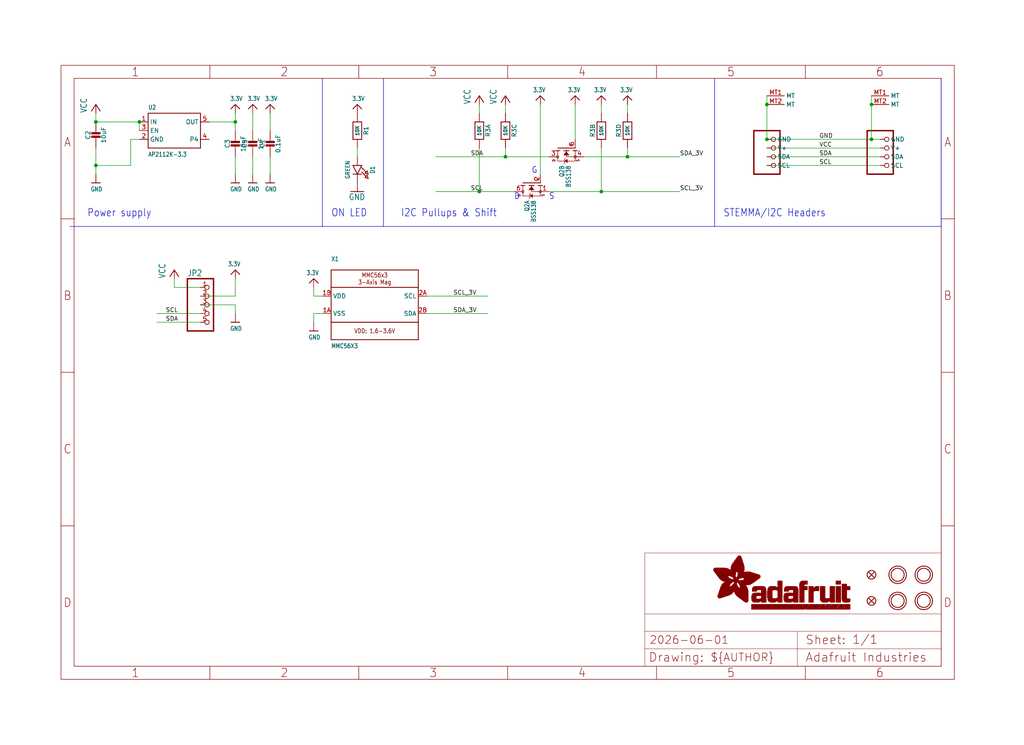
<source format=kicad_sch>
(kicad_sch (version 20230121) (generator eeschema)
  (paper "User" 298.45 217.322)
  (lib_symbols
    (symbol "working-eagle-import:3.3V" (power)
      (property "Value" "3.3V" (at -1.524 1.016 0))
      (symbol "3.3V_1_0"
        (pin power_in line (at 0 -2.54 90) (length 2.54) (name "3.3V") (number "1"))
      )
    )
    (symbol "working-eagle-import:CAP_CERAMIC0603_NO"
      (property "Reference" "C" (at -2.29 1.25 90))
      (symbol "CAP_CERAMIC0603_NO_1_0"
        (pin passive line (at 0 5.08 270) (length 2.54) (name "1") (number "1"))
        (pin passive line (at 0 -2.54 90) (length 2.54) (name "2") (number "2"))
      )
    )
    (symbol "working-eagle-import:CAP_CERAMIC0805-NOOUTLINE"
      (property "Reference" "C" (at -2.29 1.25 90))
      (symbol "CAP_CERAMIC0805-NOOUTLINE_1_0"
        (pin passive line (at 0 5.08 270) (length 2.54) (name "1") (number "1"))
        (pin passive line (at 0 -2.54 90) (length 2.54) (name "2") (number "2"))
      )
    )
    (symbol "working-eagle-import:FIDUCIAL_1MM")
    (symbol "working-eagle-import:FRAME_A4_ADAFRUIT"
      (symbol "FRAME_A4_ADAFRUIT_1_0"
        (text "${#}/${##}" (at 230.505 10.16 0) (effects (font (size 2.54 2.54)) (justify left bottom)))
        (text "${AUTHOR}" (at 189.23 5.08 0) (effects (font (size 2.286 2.286)) (justify left bottom)))
        (text "${CURRENT_DATE}" (at 171.45 10.16 0) (effects (font (size 2.286 2.286)) (justify left bottom)))
        (text "${PROJECTNAME}" (at 171.45 15.24 0) (effects (font (size 2.54 2.54)) (justify left bottom)))
        (text "1" (at 21.6958 1.905 0) (effects (font (size 2.54 2.286))))
        (text "1" (at 21.6958 177.165 0) (effects (font (size 2.54 2.286))))
        (text "2" (at 65.0875 1.905 0) (effects (font (size 2.54 2.286))))
        (text "2" (at 65.0875 177.165 0) (effects (font (size 2.54 2.286))))
        (text "3" (at 108.4792 1.905 0) (effects (font (size 2.54 2.286))))
        (text "3" (at 108.4792 177.165 0) (effects (font (size 2.54 2.286))))
        (text "4" (at 151.8708 1.905 0) (effects (font (size 2.54 2.286))))
        (text "4" (at 151.8708 177.165 0) (effects (font (size 2.54 2.286))))
        (text "5" (at 195.2625 1.905 0) (effects (font (size 2.54 2.286))))
        (text "5" (at 195.2625 177.165 0) (effects (font (size 2.54 2.286))))
        (text "6" (at 238.6542 1.905 0) (effects (font (size 2.54 2.286))))
        (text "6" (at 238.6542 177.165 0) (effects (font (size 2.54 2.286))))
        (text "A" (at 1.905 156.6863 0) (effects (font (size 2.54 2.286))))
        (text "A" (at 258.445 156.6863 0) (effects (font (size 2.54 2.286))))
        (text "Adafruit Industries" (at 216.916 4.953 0) (effects (font (size 2.54 2.54)) (justify left bottom)))
        (text "B" (at 1.905 111.9188 0) (effects (font (size 2.54 2.286))))
        (text "B" (at 258.445 111.9188 0) (effects (font (size 2.54 2.286))))
        (text "C" (at 1.905 67.1513 0) (effects (font (size 2.54 2.286))))
        (text "C" (at 258.445 67.1513 0) (effects (font (size 2.54 2.286))))
        (text "D" (at 1.905 22.3838 0) (effects (font (size 2.54 2.286))))
        (text "D" (at 258.445 22.3838 0) (effects (font (size 2.54 2.286))))
        (text "Drawing:" (at 171.196 4.953 0) (effects (font (size 2.54 2.54)) (justify left bottom)))
        (text "Sheet:" (at 216.916 10.033 0) (effects (font (size 2.54 2.54)) (justify left bottom)))
      )
    )
    (symbol "working-eagle-import:GND" (power)
      (property "Value" "GND" (at -1.524 -2.54 0))
      (symbol "GND_1_0"
        (pin power_in line (at 0 2.54 270) (length 2.54) (name "GND") (number "1"))
      )
    )
    (symbol "working-eagle-import:HEADER-1X570MIL"
      (property "Reference" "JP" (at -6.35 8.255 0))
      (symbol "HEADER-1X570MIL_1_0"
        (pin passive inverted (at -2.54 5.08 0) (length 2.54) (name "1") (number "1"))
        (pin passive inverted (at -2.54 2.54 0) (length 2.54) (name "2") (number "2"))
        (pin passive inverted (at -2.54 0 0) (length 2.54) (name "3") (number "3"))
        (pin passive inverted (at -2.54 -2.54 0) (length 2.54) (name "4") (number "4"))
        (pin passive inverted (at -2.54 -5.08 0) (length 2.54) (name "5") (number "5"))
      )
    )
    (symbol "working-eagle-import:LED0603_NOOUTLINE"
      (property "Reference" "D" (at -1.27 4.445 0))
      (symbol "LED0603_NOOUTLINE_1_0"
        (pin passive line (at -5.08 0 0) (length 2.54) (name "A") (number "A"))
        (pin passive line (at 2.54 0 180) (length 2.54) (name "C") (number "C"))
      )
    )
    (symbol "working-eagle-import:MMC56X3"
      (property "Reference" "X" (at -12.7 12.7 0))
      (symbol "MMC56X3_1_0"
        (text "MMC56x3\n3-Axis Mag" (at 0 7.62 0) (effects (font (size 1.27 1.0795))))
        (text "VDD: 1.6-3.6V" (at 0 -7.62 0) (effects (font (size 1.27 1.0795))))
        (pin power_in line (at -15.24 -2.54 0) (length 2.54) (name "VSS") (number "1A"))
        (pin power_in line (at -15.24 2.54 0) (length 2.54) (name "VDD") (number "1B"))
        (pin input line (at 15.24 2.54 180) (length 2.54) (name "SCL") (number "2A"))
        (pin bidirectional line (at 15.24 -2.54 180) (length 2.54) (name "SDA") (number "2B"))
      )
    )
    (symbol "working-eagle-import:MOSFET-N_DUAL"
      (property "Reference" "Q" (at 5.08 0.635 0))
      (symbol "MOSFET-N_DUAL_1_0"
        (text "D" (at 3.175 3.175 0) (effects (font (size 0.8128 0.6908)) (justify left bottom)))
        (text "G" (at -1.27 -1.905 0) (effects (font (size 0.8128 0.6908)) (justify left bottom)))
        (text "S" (at 3.175 -3.81 0) (effects (font (size 0.8128 0.6908)) (justify left bottom)))
        (pin bidirectional line (at 2.54 -5.08 90) (length 2.54) (name "S") (number "1"))
        (pin bidirectional line (at -2.54 -2.54 0) (length 2.54) (name "G") (number "2"))
        (pin bidirectional line (at 2.54 5.08 270) (length 2.54) (name "D") (number "6"))
      )
      (symbol "MOSFET-N_DUAL_2_0"
        (text "D" (at 3.175 3.175 0) (effects (font (size 0.8128 0.6908)) (justify left bottom)))
        (text "G" (at -1.27 -1.905 0) (effects (font (size 0.8128 0.6908)) (justify left bottom)))
        (text "S" (at 3.175 -3.81 0) (effects (font (size 0.8128 0.6908)) (justify left bottom)))
        (pin bidirectional line (at 2.54 5.08 270) (length 2.54) (name "D") (number "3"))
        (pin bidirectional line (at 2.54 -5.08 90) (length 2.54) (name "S") (number "4"))
        (pin bidirectional line (at -2.54 -2.54 0) (length 2.54) (name "G") (number "5"))
      )
    )
    (symbol "working-eagle-import:MOUNTINGHOLE2.5")
    (symbol "working-eagle-import:RESISTOR_0603_NOOUT"
      (property "Reference" "R" (at 0 2.54 0))
      (symbol "RESISTOR_0603_NOOUT_1_0"
        (pin passive line (at -5.08 0 0) (length 2.54) (name "1") (number "1"))
        (pin passive line (at 5.08 0 180) (length 2.54) (name "2") (number "2"))
      )
    )
    (symbol "working-eagle-import:RESISTOR_4PACK"
      (property "Reference" "R" (at 0 2.54 0))
      (symbol "RESISTOR_4PACK_1_0"
        (pin passive line (at -5.08 0 0) (length 2.54) (name "1") (number "1"))
        (pin passive line (at 5.08 0 180) (length 2.54) (name "2") (number "8"))
      )
      (symbol "RESISTOR_4PACK_2_0"
        (pin passive line (at -5.08 0 0) (length 2.54) (name "1") (number "2"))
        (pin passive line (at 5.08 0 180) (length 2.54) (name "2") (number "7"))
      )
      (symbol "RESISTOR_4PACK_3_0"
        (pin passive line (at -5.08 0 0) (length 2.54) (name "1") (number "3"))
        (pin passive line (at 5.08 0 180) (length 2.54) (name "2") (number "6"))
      )
      (symbol "RESISTOR_4PACK_4_0"
        (pin passive line (at -5.08 0 0) (length 2.54) (name "1") (number "4"))
        (pin passive line (at 5.08 0 180) (length 2.54) (name "2") (number "5"))
      )
    )
    (symbol "working-eagle-import:STEMMA_I2C_QT"
      (symbol "STEMMA_I2C_QT_1_0"
        (pin passive inverted (at 0 5.08 0) (length 2.54) (name "GND") (number "1"))
        (pin passive inverted (at 0 2.54 0) (length 2.54) (name "V+") (number "2"))
        (pin passive inverted (at 0 0 0) (length 2.54) (name "SDA") (number "3"))
        (pin passive inverted (at 0 -2.54 0) (length 2.54) (name "SCL") (number "4"))
      )
      (symbol "STEMMA_I2C_QT_2_0"
        (pin bidirectional line (at 0 0 0) (length 5.08) (name "MT") (number "MT1"))
      )
      (symbol "STEMMA_I2C_QT_3_0"
        (pin bidirectional line (at 0 0 0) (length 5.08) (name "MT") (number "MT2"))
      )
    )
    (symbol "working-eagle-import:VCC" (power)
      (property "Value" "VCC" (at -2.54 -2.54 90))
      (symbol "VCC_1_0"
        (pin power_in line (at 0 -2.54 90) (length 2.54) (name "VCC") (number "1"))
      )
    )
    (symbol "working-eagle-import:VREG_SOT23-5"
      (property "Reference" "U" (at -7.62 6.096 0))
      (symbol "VREG_SOT23-5_1_0"
        (pin power_in line (at -10.16 2.54 0) (length 2.54) (name "IN") (number "1"))
        (pin power_in line (at -10.16 -2.54 0) (length 2.54) (name "GND") (number "2"))
        (pin input line (at -10.16 0 0) (length 2.54) (name "EN") (number "3"))
        (pin bidirectional line (at 10.16 -2.54 180) (length 2.54) (name "P4") (number "4"))
        (pin power_in line (at 10.16 2.54 180) (length 2.54) (name "OUT") (number "5"))
      )
    )
    (symbol "working-eagle-import:supply1_GND" (power)
      (property "Value" "supply1_GND" (at -2.54 -2.54 0))
      (symbol "supply1_GND_1_0"
        (pin power_in line (at 0 2.54 270) (length 2.54) (name "GND") (number "1"))
      )
    )
  )
  (junction (at 182.88 45.72))
  (junction (at 68.58 35.56))
  (junction (at 254 40.64))
  (junction (at 223.52 30.48))
  (junction (at 147.32 45.72))
  (junction (at 254 30.48))
  (junction (at 27.94 48.26))
  (junction (at 175.26 55.88))
  (junction (at 40.64 35.56))
  (junction (at 223.52 40.64))
  (junction (at 139.7 55.88))
  (junction (at 27.94 35.56))
  (polyline (pts (xy 93.98 22.86) (xy 93.98 66.04)) (stroke (width 0.1524) (type solid)))
  (wire (pts (xy 27.94 33.02) (xy 27.94 35.56)) (stroke (width 0.1524)))
  (wire (pts (xy 182.88 43.18) (xy 182.88 45.72)) (stroke (width 0.1524)))
  (wire (pts (xy 149.86 55.88) (xy 139.7 55.88)) (stroke (width 0.1524)))
  (wire (pts (xy 256.54 40.64) (xy 254 40.64)) (stroke (width 0.1524)))
  (wire (pts (xy 91.44 86.36) (xy 91.44 83.82)) (stroke (width 0.1524)))
  (wire (pts (xy 139.7 43.18) (xy 139.7 55.88)) (stroke (width 0.1524)))
  (wire (pts (xy 60.96 35.56) (xy 68.58 35.56)) (stroke (width 0.1524)))
  (wire (pts (xy 93.98 91.44) (xy 91.44 91.44)) (stroke (width 0.1524)))
  (polyline (pts (xy 208.28 22.86) (xy 208.28 66.04)) (stroke (width 0.1524) (type solid)))
  (wire (pts (xy 27.94 48.26) (xy 27.94 50.8)) (stroke (width 0.1524)))
  (wire (pts (xy 254 27.94) (xy 254 30.48)) (stroke (width 0.1524)))
  (polyline (pts (xy 111.76 22.86) (xy 111.76 66.04)) (stroke (width 0.1524) (type solid)))
  (wire (pts (xy 68.58 45.72) (xy 68.58 50.8)) (stroke (width 0.1524)))
  (wire (pts (xy 91.44 91.44) (xy 91.44 93.98)) (stroke (width 0.1524)))
  (wire (pts (xy 104.14 45.72) (xy 104.14 43.18)) (stroke (width 0.1524)))
  (wire (pts (xy 147.32 43.18) (xy 147.32 45.72)) (stroke (width 0.1524)))
  (wire (pts (xy 38.1 40.64) (xy 38.1 48.26)) (stroke (width 0.1524)))
  (wire (pts (xy 73.66 45.72) (xy 73.66 50.8)) (stroke (width 0.1524)))
  (wire (pts (xy 254 40.64) (xy 223.52 40.64)) (stroke (width 0.1524)))
  (wire (pts (xy 50.8 83.82) (xy 50.8 81.28)) (stroke (width 0.1524)))
  (polyline (pts (xy 111.76 66.04) (xy 208.28 66.04)) (stroke (width 0.1524) (type solid)))
  (wire (pts (xy 58.42 86.36) (xy 68.58 86.36)) (stroke (width 0.1524)))
  (wire (pts (xy 40.64 38.1) (xy 40.64 35.56)) (stroke (width 0.1524)))
  (wire (pts (xy 160.02 55.88) (xy 175.26 55.88)) (stroke (width 0.1524)))
  (polyline (pts (xy 93.98 66.04) (xy 111.76 66.04)) (stroke (width 0.1524) (type solid)))
  (wire (pts (xy 175.26 33.02) (xy 175.26 30.48)) (stroke (width 0.1524)))
  (wire (pts (xy 40.64 40.64) (xy 38.1 40.64)) (stroke (width 0.1524)))
  (wire (pts (xy 58.42 83.82) (xy 50.8 83.82)) (stroke (width 0.1524)))
  (wire (pts (xy 147.32 45.72) (xy 127 45.72)) (stroke (width 0.1524)))
  (wire (pts (xy 68.58 35.56) (xy 68.58 33.02)) (stroke (width 0.1524)))
  (wire (pts (xy 254 30.48) (xy 254 40.64)) (stroke (width 0.1524)))
  (wire (pts (xy 139.7 30.48) (xy 139.7 33.02)) (stroke (width 0.1524)))
  (wire (pts (xy 68.58 35.56) (xy 68.58 38.1)) (stroke (width 0.1524)))
  (wire (pts (xy 93.98 86.36) (xy 91.44 86.36)) (stroke (width 0.1524)))
  (wire (pts (xy 175.26 43.18) (xy 175.26 55.88)) (stroke (width 0.1524)))
  (wire (pts (xy 27.94 48.26) (xy 27.94 43.18)) (stroke (width 0.1524)))
  (wire (pts (xy 223.52 30.48) (xy 223.52 40.64)) (stroke (width 0.1524)))
  (polyline (pts (xy 208.28 66.04) (xy 274.32 66.04)) (stroke (width 0.1524) (type solid)))
  (wire (pts (xy 157.48 50.8) (xy 157.48 30.48)) (stroke (width 0.1524)))
  (polyline (pts (xy 20.32 66.04) (xy 93.98 66.04)) (stroke (width 0.1524) (type solid)))
  (wire (pts (xy 58.42 88.9) (xy 68.58 88.9)) (stroke (width 0.1524)))
  (wire (pts (xy 167.64 40.64) (xy 167.64 30.48)) (stroke (width 0.1524)))
  (wire (pts (xy 124.46 86.36) (xy 142.24 86.36)) (stroke (width 0.1524)))
  (wire (pts (xy 142.24 91.44) (xy 124.46 91.44)) (stroke (width 0.1524)))
  (polyline (pts (xy 274.32 22.86) (xy 274.32 66.04)) (stroke (width 0.1524) (type solid)))
  (wire (pts (xy 139.7 55.88) (xy 127 55.88)) (stroke (width 0.1524)))
  (wire (pts (xy 175.26 55.88) (xy 198.12 55.88)) (stroke (width 0.1524)))
  (wire (pts (xy 256.54 45.72) (xy 223.52 45.72)) (stroke (width 0.1524)))
  (wire (pts (xy 182.88 45.72) (xy 198.12 45.72)) (stroke (width 0.1524)))
  (wire (pts (xy 68.58 86.36) (xy 68.58 81.28)) (stroke (width 0.1524)))
  (wire (pts (xy 223.52 27.94) (xy 223.52 30.48)) (stroke (width 0.1524)))
  (wire (pts (xy 68.58 88.9) (xy 68.58 91.44)) (stroke (width 0.1524)))
  (wire (pts (xy 73.66 38.1) (xy 73.66 33.02)) (stroke (width 0.1524)))
  (wire (pts (xy 182.88 33.02) (xy 182.88 30.48)) (stroke (width 0.1524)))
  (wire (pts (xy 78.74 45.72) (xy 78.74 50.8)) (stroke (width 0.1524)))
  (wire (pts (xy 58.42 93.98) (xy 45.72 93.98)) (stroke (width 0.1524)))
  (wire (pts (xy 223.52 43.18) (xy 256.54 43.18)) (stroke (width 0.1524)))
  (wire (pts (xy 223.52 48.26) (xy 256.54 48.26)) (stroke (width 0.1524)))
  (wire (pts (xy 160.02 45.72) (xy 147.32 45.72)) (stroke (width 0.1524)))
  (wire (pts (xy 58.42 91.44) (xy 45.72 91.44)) (stroke (width 0.1524)))
  (wire (pts (xy 38.1 48.26) (xy 27.94 48.26)) (stroke (width 0.1524)))
  (wire (pts (xy 40.64 35.56) (xy 27.94 35.56)) (stroke (width 0.1524)))
  (wire (pts (xy 170.18 45.72) (xy 182.88 45.72)) (stroke (width 0.1524)))
  (wire (pts (xy 147.32 33.02) (xy 147.32 30.48)) (stroke (width 0.1524)))
  (wire (pts (xy 78.74 33.02) (xy 78.74 38.1)) (stroke (width 0.1524)))
  (text "S" (at 160.02 58.42 0) (effects (font (size 1.778 1.5113)) (justify left bottom)))
  (text "I2C Pullups & Shift" (at 116.84 63.5 0) (effects (font (size 2.1844 1.8567)) (justify left bottom)))
  (text "D" (at 149.86 58.42 0) (effects (font (size 1.778 1.5113)) (justify left bottom)))
  (text "Power supply" (at 25.4 63.5 0) (effects (font (size 2.1844 1.8567)) (justify left bottom)))
  (text "G" (at 154.94 50.8 0) (effects (font (size 1.778 1.5113)) (justify left bottom)))
  (text "STEMMA/I2C Headers" (at 210.82 63.5 0) (effects (font (size 2.1844 1.8567)) (justify left bottom)))
  (text "ON LED" (at 96.52 63.5 0) (effects (font (size 2.1844 1.8567)) (justify left bottom)))
  (label "SCL" (at 238.76 48.26 0) (effects (font (size 1.2446 1.2446))))
  (label "SDA_3V" (at 132.08 91.44 0) (effects (font (size 1.2446 1.2446))))
  (label "GND" (at 238.76 40.64 0) (effects (font (size 1.2446 1.2446))))
  (label "VCC" (at 238.76 43.18 0) (effects (font (size 1.2446 1.2446))))
  (label "SDA" (at 238.76 45.72 0) (effects (font (size 1.2446 1.2446))))
  (label "SDA_3V" (at 198.12 45.72 0) (effects (font (size 1.2446 1.2446))))
  (label "SCL_3V" (at 198.12 55.88 0) (effects (font (size 1.2446 1.2446))))
  (label "SCL" (at 137.16 55.88 0) (effects (font (size 1.2446 1.2446))))
  (label "SCL" (at 48.26 91.44 0) (effects (font (size 1.2446 1.2446))))
  (label "SDA" (at 137.16 45.72 0) (effects (font (size 1.2446 1.2446))))
  (label "SCL_3V" (at 132.08 86.36 0) (effects (font (size 1.2446 1.2446))))
  (label "SDA" (at 48.26 93.98 0) (effects (font (size 1.2446 1.2446))))
  (symbol (lib_id "working-eagle-import:FRAME_A4_ADAFRUIT") (at 17.78 198.12 0) (unit 1)
    (property "Reference" "#U$18" (effects hide))
    (property "Value" "FRAME_A4_ADAFRUIT" (effects hide))
  )
  (symbol (lib_id "working-eagle-import:3.3V") (at 68.58 78.74 0) (mirror y) (unit 1)
    (property "Reference" "#U$8" (effects hide))
    (property "Value" "3.3V" (at 70.104 77.724 0) (effects (font (size 1.27 1.0795)) (justify left bottom)))
  )
  (symbol (lib_id "working-eagle-import:MOUNTINGHOLE2.5") (at 261.62 167.64 0) (unit 1)
    (property "Reference" "U$17" (effects hide))
    (property "Value" "MOUNTINGHOLE2.5" (effects hide))
    (property "Footprint" "working:MOUNTINGHOLE_2.5_PLATED" (effects hide))
  )
  (symbol (lib_id "working-eagle-import:CAP_CERAMIC0603_NO") (at 78.74 43.18 0) (unit 1)
    (property "Reference" "C1" (at 76.45 41.93 90))
    (property "Value" "0.1uF" (at 81.04 41.93 90))
    (property "Footprint" "working:0603-NO" (effects hide))
  )
  (symbol (lib_id "working-eagle-import:3.3V") (at 175.26 27.94 0) (mirror y) (unit 1)
    (property "Reference" "#U$24" (effects hide))
    (property "Value" "3.3V" (at 176.784 26.924 0) (effects (font (size 1.27 1.0795)) (justify left bottom)))
  )
  (symbol (lib_id "working-eagle-import:GND") (at 78.74 53.34 0) (unit 1)
    (property "Reference" "#U$6" (effects hide))
    (property "Value" "GND" (at 77.216 55.88 0) (effects (font (size 1.27 1.0795)) (justify left bottom)))
  )
  (symbol (lib_id "working-eagle-import:VCC") (at 139.7 27.94 0) (unit 1)
    (property "Reference" "#P+1" (effects hide))
    (property "Value" "VCC" (at 137.16 30.48 90) (effects (font (size 1.778 1.5113)) (justify left bottom)))
  )
  (symbol (lib_id "working-eagle-import:MOUNTINGHOLE2.5") (at 261.62 175.26 0) (unit 1)
    (property "Reference" "U$1" (effects hide))
    (property "Value" "MOUNTINGHOLE2.5" (effects hide))
    (property "Footprint" "working:MOUNTINGHOLE_2.5_PLATED" (effects hide))
  )
  (symbol (lib_id "working-eagle-import:RESISTOR_4PACK") (at 175.26 38.1 90) (mirror x) (unit 2)
    (property "Reference" "R3" (at 172.72 38.1 0))
    (property "Value" "10K" (at 175.26 38.1 0) (effects (font (size 1.016 1.016) bold)))
    (property "Footprint" "working:RESPACK_4X0603" (effects hide))
  )
  (symbol (lib_id "working-eagle-import:MOUNTINGHOLE2.5") (at 269.24 175.26 0) (unit 1)
    (property "Reference" "U$4" (effects hide))
    (property "Value" "MOUNTINGHOLE2.5" (effects hide))
    (property "Footprint" "working:MOUNTINGHOLE_2.5_PLATED" (effects hide))
  )
  (symbol (lib_id "working-eagle-import:RESISTOR_4PACK") (at 147.32 38.1 270) (unit 3)
    (property "Reference" "R3" (at 149.86 38.1 0))
    (property "Value" "10K" (at 147.32 38.1 0) (effects (font (size 1.016 1.016) bold)))
    (property "Footprint" "working:RESPACK_4X0603" (effects hide))
  )
  (symbol (lib_id "working-eagle-import:VREG_SOT23-5") (at 50.8 38.1 0) (unit 1)
    (property "Reference" "U2" (at 43.18 32.004 0) (effects (font (size 1.27 1.0795)) (justify left bottom)))
    (property "Value" "AP2112K-3.3" (at 43.18 45.72 0) (effects (font (size 1.27 1.0795)) (justify left bottom)))
    (property "Footprint" "working:SOT23-5" (effects hide))
  )
  (symbol (lib_id "working-eagle-import:GND") (at 91.44 96.52 0) (unit 1)
    (property "Reference" "#U$12" (effects hide))
    (property "Value" "GND" (at 89.916 99.06 0) (effects (font (size 1.27 1.0795)) (justify left bottom)))
  )
  (symbol (lib_id "working-eagle-import:CAP_CERAMIC0805-NOOUTLINE") (at 68.58 43.18 0) (unit 1)
    (property "Reference" "C3" (at 66.29 41.93 90))
    (property "Value" "10uF" (at 70.88 41.93 90))
    (property "Footprint" "working:0805-NO" (effects hide))
  )
  (symbol (lib_id "working-eagle-import:RESISTOR_4PACK") (at 182.88 38.1 90) (mirror x) (unit 4)
    (property "Reference" "R3" (at 180.34 38.1 0))
    (property "Value" "10K" (at 182.88 38.1 0) (effects (font (size 1.016 1.016) bold)))
    (property "Footprint" "working:RESPACK_4X0603" (effects hide))
  )
  (symbol (lib_id "working-eagle-import:CAP_CERAMIC0805-NOOUTLINE") (at 27.94 40.64 0) (unit 1)
    (property "Reference" "C2" (at 25.65 39.39 90))
    (property "Value" "10uF" (at 30.24 39.39 90))
    (property "Footprint" "working:0805-NO" (effects hide))
  )
  (symbol (lib_id "working-eagle-import:3.3V") (at 182.88 27.94 0) (mirror y) (unit 1)
    (property "Reference" "#U$7" (effects hide))
    (property "Value" "3.3V" (at 184.404 26.924 0) (effects (font (size 1.27 1.0795)) (justify left bottom)))
  )
  (symbol (lib_id "working-eagle-import:HEADER-1X570MIL") (at 60.96 88.9 0) (unit 1)
    (property "Reference" "JP2" (at 54.61 80.645 0) (effects (font (size 1.778 1.5113)) (justify left bottom)))
    (property "Value" "HEADER-1X570MIL" (effects hide))
    (property "Footprint" "working:1X05_ROUND_70" (effects hide))
  )
  (symbol (lib_id "working-eagle-import:3.3V") (at 91.44 81.28 0) (mirror y) (unit 1)
    (property "Reference" "#U$9" (effects hide))
    (property "Value" "3.3V" (at 92.964 80.264 0) (effects (font (size 1.27 1.0795)) (justify left bottom)))
  )
  (symbol (lib_id "working-eagle-import:3.3V") (at 104.14 30.48 0) (unit 1)
    (property "Reference" "#U$3" (effects hide))
    (property "Value" "3.3V" (at 102.616 29.464 0) (effects (font (size 1.27 1.0795)) (justify left bottom)))
  )
  (symbol (lib_id "working-eagle-import:VCC") (at 50.8 78.74 0) (unit 1)
    (property "Reference" "#P+4" (effects hide))
    (property "Value" "VCC" (at 48.26 81.28 90) (effects (font (size 1.778 1.5113)) (justify left bottom)))
  )
  (symbol (lib_id "working-eagle-import:RESISTOR_4PACK") (at 139.7 38.1 270) (unit 1)
    (property "Reference" "R3" (at 142.24 38.1 0))
    (property "Value" "10K" (at 139.7 38.1 0) (effects (font (size 1.016 1.016) bold)))
    (property "Footprint" "working:RESPACK_4X0603" (effects hide))
  )
  (symbol (lib_id "working-eagle-import:GND") (at 27.94 53.34 0) (unit 1)
    (property "Reference" "#U$13" (effects hide))
    (property "Value" "GND" (at 26.416 55.88 0) (effects (font (size 1.27 1.0795)) (justify left bottom)))
  )
  (symbol (lib_id "working-eagle-import:LED0603_NOOUTLINE") (at 104.14 50.8 270) (unit 1)
    (property "Reference" "D1" (at 108.585 49.53 0) (effects (font (size 1.27 1.0795))))
    (property "Value" "GREEN" (at 101.346 49.53 0) (effects (font (size 1.27 1.0795))))
    (property "Footprint" "working:CHIPLED_0603_NOOUTLINE" (effects hide))
  )
  (symbol (lib_id "working-eagle-import:VCC") (at 147.32 27.94 0) (unit 1)
    (property "Reference" "#P+2" (effects hide))
    (property "Value" "VCC" (at 144.78 30.48 90) (effects (font (size 1.778 1.5113)) (justify left bottom)))
  )
  (symbol (lib_id "working-eagle-import:STEMMA_I2C_QT") (at 223.52 30.48 0) (unit 3)
    (property "Reference" "CONN3" (effects hide))
    (property "Value" "STEMMA_I2C_QT" (effects hide))
    (property "Footprint" "working:JST_SH4" (effects hide))
  )
  (symbol (lib_id "working-eagle-import:MOSFET-N_DUAL") (at 154.94 53.34 90) (mirror x) (unit 1)
    (property "Reference" "Q2" (at 154.305 58.42 0) (effects (font (size 1.27 1.0795)) (justify left bottom)))
    (property "Value" "BSS138" (at 156.21 58.42 0) (effects (font (size 1.27 1.0795)) (justify left bottom)))
    (property "Footprint" "working:SOT363" (effects hide))
  )
  (symbol (lib_id "working-eagle-import:FIDUCIAL_1MM") (at 254 175.26 0) (unit 1)
    (property "Reference" "FID3" (effects hide))
    (property "Value" "FIDUCIAL_1MM" (effects hide))
    (property "Footprint" "working:FIDUCIAL_1MM" (effects hide))
  )
  (symbol (lib_id "working-eagle-import:VCC") (at 27.94 30.48 0) (unit 1)
    (property "Reference" "#P+3" (effects hide))
    (property "Value" "VCC" (at 25.4 33.02 90) (effects (font (size 1.778 1.5113)) (justify left bottom)))
  )
  (symbol (lib_id "working-eagle-import:MOUNTINGHOLE2.5") (at 269.24 167.64 0) (unit 1)
    (property "Reference" "U$2" (effects hide))
    (property "Value" "MOUNTINGHOLE2.5" (effects hide))
    (property "Footprint" "working:MOUNTINGHOLE_2.5_PLATED" (effects hide))
  )
  (symbol (lib_id "working-eagle-import:STEMMA_I2C_QT") (at 223.52 27.94 0) (unit 2)
    (property "Reference" "CONN3" (effects hide))
    (property "Value" "STEMMA_I2C_QT" (effects hide))
    (property "Footprint" "working:JST_SH4" (effects hide))
  )
  (symbol (lib_id "working-eagle-import:GND") (at 68.58 53.34 0) (unit 1)
    (property "Reference" "#U$5" (effects hide))
    (property "Value" "GND" (at 67.056 55.88 0) (effects (font (size 1.27 1.0795)) (justify left bottom)))
  )
  (symbol (lib_id "working-eagle-import:supply1_GND") (at 104.14 55.88 0) (unit 1)
    (property "Reference" "#GND6" (effects hide))
    (property "Value" "GND" (at 101.6 58.42 0) (effects (font (size 1.778 1.5113)) (justify left bottom)))
  )
  (symbol (lib_id "working-eagle-import:MMC56X3") (at 109.22 88.9 0) (unit 1)
    (property "Reference" "X1" (at 96.52 76.2 0) (effects (font (size 1.27 1.0795)) (justify left bottom)))
    (property "Value" "MMC56X3" (at 96.52 101.6 0) (effects (font (size 1.27 1.0795)) (justify left bottom)))
    (property "Footprint" "working:WLP-4" (effects hide))
  )
  (symbol (lib_id "working-eagle-import:GND") (at 68.58 93.98 0) (unit 1)
    (property "Reference" "#U$10" (effects hide))
    (property "Value" "GND" (at 67.056 96.52 0) (effects (font (size 1.27 1.0795)) (justify left bottom)))
  )
  (symbol (lib_id "working-eagle-import:RESISTOR_0603_NOOUT") (at 104.14 38.1 270) (unit 1)
    (property "Reference" "R1" (at 106.68 38.1 0))
    (property "Value" "10K" (at 104.14 38.1 0) (effects (font (size 1.016 1.016) bold)))
    (property "Footprint" "working:0603-NO" (effects hide))
  )
  (symbol (lib_id "working-eagle-import:3.3V") (at 157.48 27.94 0) (mirror y) (unit 1)
    (property "Reference" "#U$26" (effects hide))
    (property "Value" "3.3V" (at 159.004 26.924 0) (effects (font (size 1.27 1.0795)) (justify left bottom)))
  )
  (symbol (lib_id "working-eagle-import:3.3V") (at 68.58 30.48 0) (unit 1)
    (property "Reference" "#U$15" (effects hide))
    (property "Value" "3.3V" (at 67.056 29.464 0) (effects (font (size 1.27 1.0795)) (justify left bottom)))
  )
  (symbol (lib_id "working-eagle-import:GND") (at 73.66 53.34 0) (unit 1)
    (property "Reference" "#U$27" (effects hide))
    (property "Value" "GND" (at 72.136 55.88 0) (effects (font (size 1.27 1.0795)) (justify left bottom)))
  )
  (symbol (lib_id "working-eagle-import:FIDUCIAL_1MM") (at 254 167.64 0) (unit 1)
    (property "Reference" "FID4" (effects hide))
    (property "Value" "FIDUCIAL_1MM" (effects hide))
    (property "Footprint" "working:FIDUCIAL_1MM" (effects hide))
  )
  (symbol (lib_id "working-eagle-import:STEMMA_I2C_QT") (at 256.54 45.72 0) (unit 1)
    (property "Reference" "CONN4" (effects hide))
    (property "Value" "STEMMA_I2C_QT" (effects hide))
    (property "Footprint" "working:JST_SH4" (effects hide))
  )
  (symbol (lib_id "working-eagle-import:3.3V") (at 167.64 27.94 0) (mirror y) (unit 1)
    (property "Reference" "#U$23" (effects hide))
    (property "Value" "3.3V" (at 169.164 26.924 0) (effects (font (size 1.27 1.0795)) (justify left bottom)))
  )
  (symbol (lib_id "working-eagle-import:STEMMA_I2C_QT") (at 223.52 45.72 0) (unit 1)
    (property "Reference" "CONN3" (effects hide))
    (property "Value" "STEMMA_I2C_QT" (effects hide))
    (property "Footprint" "working:JST_SH4" (effects hide))
  )
  (symbol (lib_id "working-eagle-import:MOSFET-N_DUAL") (at 165.1 43.18 90) (mirror x) (unit 2)
    (property "Reference" "Q2" (at 164.465 48.26 0) (effects (font (size 1.27 1.0795)) (justify left bottom)))
    (property "Value" "BSS138" (at 166.37 48.26 0) (effects (font (size 1.27 1.0795)) (justify left bottom)))
    (property "Footprint" "working:SOT363" (effects hide))
  )
  (symbol (lib_id "working-eagle-import:STEMMA_I2C_QT") (at 254 30.48 0) (unit 3)
    (property "Reference" "CONN4" (effects hide))
    (property "Value" "STEMMA_I2C_QT" (effects hide))
    (property "Footprint" "working:JST_SH4" (effects hide))
  )
  (symbol (lib_id "working-eagle-import:3.3V") (at 78.74 30.48 0) (unit 1)
    (property "Reference" "#U$14" (effects hide))
    (property "Value" "3.3V" (at 77.216 29.464 0) (effects (font (size 1.27 1.0795)) (justify left bottom)))
  )
  (symbol (lib_id "working-eagle-import:3.3V") (at 73.66 30.48 0) (unit 1)
    (property "Reference" "#U$22" (effects hide))
    (property "Value" "3.3V" (at 72.136 29.464 0) (effects (font (size 1.27 1.0795)) (justify left bottom)))
  )
  (symbol (lib_id "working-eagle-import:STEMMA_I2C_QT") (at 254 27.94 0) (unit 2)
    (property "Reference" "CONN4" (effects hide))
    (property "Value" "STEMMA_I2C_QT" (effects hide))
    (property "Footprint" "working:JST_SH4" (effects hide))
  )
  (symbol (lib_id "working-eagle-import:CAP_CERAMIC0603_NO") (at 73.66 43.18 0) (unit 1)
    (property "Reference" "C5" (at 71.37 41.93 90))
    (property "Value" "1uF" (at 75.96 41.93 90))
    (property "Footprint" "working:0603-NO" (effects hide))
  )
)
</source>
